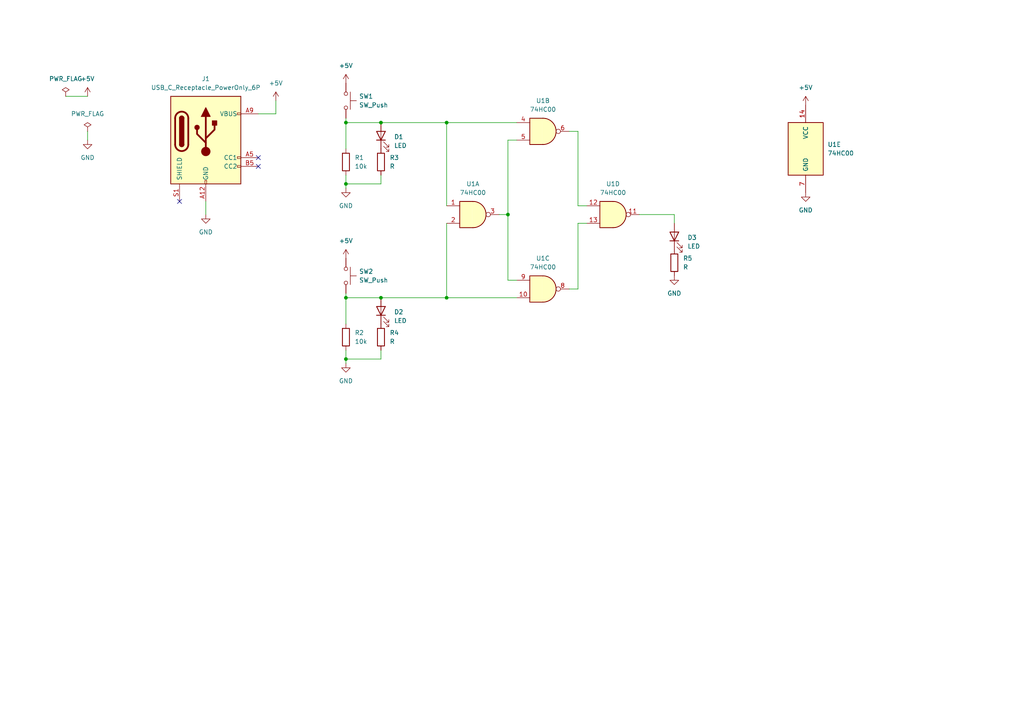
<source format=kicad_sch>
(kicad_sch (version 20211123) (generator eeschema)
  (paper "A4")
  (lib_symbols
    (symbol "74xx:74HC00" (pin_names (offset 1.016))
      (property "Reference" "U" (at 0 1.27 0))
      (property "Value" "74HC00" (at 0 -1.27 0))
      (symbol "74HC00_1_1"
        (arc (start 0 -3.81) (mid 3.81 0) (end 0 3.81) (stroke (width 0.254)) (fill (type background)))
        (polyline (pts (xy 0 3.81) (xy -3.81 3.81) (xy -3.81 -3.81) (xy 0 -3.81)) (stroke (width 0.254)) (fill (type background)))
        (pin input line (at -7.62 2.54 0) (length 3.81) (name "~") (number "1"))
        (pin input line (at -7.62 -2.54 0) (length 3.81) (name "~") (number "2"))
        (pin output inverted (at 7.62 0 180) (length 3.81) (name "~") (number "3"))
      )
      (symbol "74HC00_1_2"
        (arc (start -3.81 -3.81) (mid -2.589 0) (end -3.81 3.81) (stroke (width 0.254)))
        (arc (start -0.6096 -3.81) (mid 2.1842 -2.5851) (end 3.81 0) (stroke (width 0.254)) (fill (type background)))
        (polyline (pts (xy -3.81 -3.81) (xy -0.635 -3.81)) (stroke (width 0.254)) (fill (type background)))
        (polyline (pts (xy -3.81 3.81) (xy -0.635 3.81)) (stroke (width 0.254)) (fill (type background)))
        (polyline (pts (xy -0.635 3.81) (xy -3.81 3.81) (xy -3.81 3.81) (xy -3.556 3.4036) (xy -3.0226 2.2606) (xy -2.6924 1.0414) (xy -2.6162 -0.254) (xy -2.7686 -1.4986) (xy -3.175 -2.7178) (xy -3.81 -3.81) (xy -3.81 -3.81) (xy -0.635 -3.81)) (stroke (width -25.4)) (fill (type background)))
        (arc (start 3.81 0) (mid 2.1915 2.5936) (end -0.6096 3.81) (stroke (width 0.254)) (fill (type background)))
        (pin input inverted (at -7.62 2.54 0) (length 4.318) (name "~") (number "1"))
        (pin input inverted (at -7.62 -2.54 0) (length 4.318) (name "~") (number "2"))
        (pin output line (at 7.62 0 180) (length 3.81) (name "~") (number "3"))
      )
      (symbol "74HC00_2_1"
        (arc (start 0 -3.81) (mid 3.81 0) (end 0 3.81) (stroke (width 0.254)) (fill (type background)))
        (polyline (pts (xy 0 3.81) (xy -3.81 3.81) (xy -3.81 -3.81) (xy 0 -3.81)) (stroke (width 0.254)) (fill (type background)))
        (pin input line (at -7.62 2.54 0) (length 3.81) (name "~") (number "4"))
        (pin input line (at -7.62 -2.54 0) (length 3.81) (name "~") (number "5"))
        (pin output inverted (at 7.62 0 180) (length 3.81) (name "~") (number "6"))
      )
      (symbol "74HC00_2_2"
        (arc (start -3.81 -3.81) (mid -2.589 0) (end -3.81 3.81) (stroke (width 0.254)))
        (arc (start -0.6096 -3.81) (mid 2.1842 -2.5851) (end 3.81 0) (stroke (width 0.254)) (fill (type background)))
        (polyline (pts (xy -3.81 -3.81) (xy -0.635 -3.81)) (stroke (width 0.254)) (fill (type background)))
        (polyline (pts (xy -3.81 3.81) (xy -0.635 3.81)) (stroke (width 0.254)) (fill (type background)))
        (polyline (pts (xy -0.635 3.81) (xy -3.81 3.81) (xy -3.81 3.81) (xy -3.556 3.4036) (xy -3.0226 2.2606) (xy -2.6924 1.0414) (xy -2.6162 -0.254) (xy -2.7686 -1.4986) (xy -3.175 -2.7178) (xy -3.81 -3.81) (xy -3.81 -3.81) (xy -0.635 -3.81)) (stroke (width -25.4)) (fill (type background)))
        (arc (start 3.81 0) (mid 2.1915 2.5936) (end -0.6096 3.81) (stroke (width 0.254)) (fill (type background)))
        (pin input inverted (at -7.62 2.54 0) (length 4.318) (name "~") (number "4"))
        (pin input inverted (at -7.62 -2.54 0) (length 4.318) (name "~") (number "5"))
        (pin output line (at 7.62 0 180) (length 3.81) (name "~") (number "6"))
      )
      (symbol "74HC00_3_1"
        (arc (start 0 -3.81) (mid 3.81 0) (end 0 3.81) (stroke (width 0.254)) (fill (type background)))
        (polyline (pts (xy 0 3.81) (xy -3.81 3.81) (xy -3.81 -3.81) (xy 0 -3.81)) (stroke (width 0.254)) (fill (type background)))
        (pin input line (at -7.62 -2.54 0) (length 3.81) (name "~") (number "10"))
        (pin output inverted (at 7.62 0 180) (length 3.81) (name "~") (number "8"))
        (pin input line (at -7.62 2.54 0) (length 3.81) (name "~") (number "9"))
      )
      (symbol "74HC00_3_2"
        (arc (start -3.81 -3.81) (mid -2.589 0) (end -3.81 3.81) (stroke (width 0.254)))
        (arc (start -0.6096 -3.81) (mid 2.1842 -2.5851) (end 3.81 0) (stroke (width 0.254)) (fill (type background)))
        (polyline (pts (xy -3.81 -3.81) (xy -0.635 -3.81)) (stroke (width 0.254)) (fill (type background)))
        (polyline (pts (xy -3.81 3.81) (xy -0.635 3.81)) (stroke (width 0.254)) (fill (type background)))
        (polyline (pts (xy -0.635 3.81) (xy -3.81 3.81) (xy -3.81 3.81) (xy -3.556 3.4036) (xy -3.0226 2.2606) (xy -2.6924 1.0414) (xy -2.6162 -0.254) (xy -2.7686 -1.4986) (xy -3.175 -2.7178) (xy -3.81 -3.81) (xy -3.81 -3.81) (xy -0.635 -3.81)) (stroke (width -25.4)) (fill (type background)))
        (arc (start 3.81 0) (mid 2.1915 2.5936) (end -0.6096 3.81) (stroke (width 0.254)) (fill (type background)))
        (pin input inverted (at -7.62 -2.54 0) (length 4.318) (name "~") (number "10"))
        (pin output line (at 7.62 0 180) (length 3.81) (name "~") (number "8"))
        (pin input inverted (at -7.62 2.54 0) (length 4.318) (name "~") (number "9"))
      )
      (symbol "74HC00_4_1"
        (arc (start 0 -3.81) (mid 3.81 0) (end 0 3.81) (stroke (width 0.254)) (fill (type background)))
        (polyline (pts (xy 0 3.81) (xy -3.81 3.81) (xy -3.81 -3.81) (xy 0 -3.81)) (stroke (width 0.254)) (fill (type background)))
        (pin output inverted (at 7.62 0 180) (length 3.81) (name "~") (number "11"))
        (pin input line (at -7.62 2.54 0) (length 3.81) (name "~") (number "12"))
        (pin input line (at -7.62 -2.54 0) (length 3.81) (name "~") (number "13"))
      )
      (symbol "74HC00_4_2"
        (arc (start -3.81 -3.81) (mid -2.589 0) (end -3.81 3.81) (stroke (width 0.254)))
        (arc (start -0.6096 -3.81) (mid 2.1842 -2.5851) (end 3.81 0) (stroke (width 0.254)) (fill (type background)))
        (polyline (pts (xy -3.81 -3.81) (xy -0.635 -3.81)) (stroke (width 0.254)) (fill (type background)))
        (polyline (pts (xy -3.81 3.81) (xy -0.635 3.81)) (stroke (width 0.254)) (fill (type background)))
        (polyline (pts (xy -0.635 3.81) (xy -3.81 3.81) (xy -3.81 3.81) (xy -3.556 3.4036) (xy -3.0226 2.2606) (xy -2.6924 1.0414) (xy -2.6162 -0.254) (xy -2.7686 -1.4986) (xy -3.175 -2.7178) (xy -3.81 -3.81) (xy -3.81 -3.81) (xy -0.635 -3.81)) (stroke (width -25.4)) (fill (type background)))
        (arc (start 3.81 0) (mid 2.1915 2.5936) (end -0.6096 3.81) (stroke (width 0.254)) (fill (type background)))
        (pin output line (at 7.62 0 180) (length 3.81) (name "~") (number "11"))
        (pin input inverted (at -7.62 2.54 0) (length 4.318) (name "~") (number "12"))
        (pin input inverted (at -7.62 -2.54 0) (length 4.318) (name "~") (number "13"))
      )
      (symbol "74HC00_5_0"
        (pin power_in line (at 0 12.7 270) (length 5.08) (name "VCC") (number "14"))
        (pin power_in line (at 0 -12.7 90) (length 5.08) (name "GND") (number "7"))
      )
      (symbol "74HC00_5_1"
        (rectangle (start -5.08 7.62) (end 5.08 -7.62) (stroke (width 0.254)) (fill (type background)))
      )
    )
    (symbol "Connector:USB_C_Receptacle_PowerOnly_6P" (pin_names (offset 1.016))
      (property "Reference" "J" (at 0 16.51 0))
      (property "Value" "USB_C_Receptacle_PowerOnly_6P" (at 0 13.97 0))
      (symbol "USB_C_Receptacle_PowerOnly_6P_0_0"
        (rectangle (start -0.254 -12.7) (end 0.254 -11.684))
        (rectangle (start 10.16 -7.366) (end 9.144 -7.874))
        (rectangle (start 10.16 -4.826) (end 9.144 -5.334))
        (rectangle (start 10.16 7.874) (end 9.144 7.366))
      )
      (symbol "USB_C_Receptacle_PowerOnly_6P_0_1"
        (rectangle (start -10.16 12.7) (end 10.16 -12.7) (stroke (width 0.254)) (fill (type background)))
        (arc (start -8.89 -1.27) (mid -6.985 -3.175) (end -5.08 -1.27) (stroke (width 0.508)))
        (arc (start -7.62 -1.27) (mid -6.985 -1.905) (end -6.35 -1.27) (stroke (width 0.254)))
        (arc (start -7.62 -1.27) (mid -6.985 -1.905) (end -6.35 -1.27) (stroke (width 0.254)) (fill (type outline)))
        (rectangle (start -7.62 -1.27) (end -6.35 6.35) (stroke (width 0.254)) (fill (type outline)))
        (arc (start -6.35 6.35) (mid -6.985 6.985) (end -7.62 6.35) (stroke (width 0.254)))
        (arc (start -6.35 6.35) (mid -6.985 6.985) (end -7.62 6.35) (stroke (width 0.254)) (fill (type outline)))
        (arc (start -5.08 6.35) (mid -6.985 8.255) (end -8.89 6.35) (stroke (width 0.508)))
        (circle (center -2.54 3.683) (radius 0.635) (stroke (width 0.254)) (fill (type outline)))
        (circle (center 0 -3.302) (radius 1.27) (fill (type outline)))
        (polyline (pts (xy -8.89 -1.27) (xy -8.89 6.35)) (stroke (width 0.508)))
        (polyline (pts (xy -5.08 6.35) (xy -5.08 -1.27)) (stroke (width 0.508)))
        (polyline (pts (xy 0 -3.302) (xy 0 6.858)) (stroke (width 0.508)))
        (polyline (pts (xy 0 -0.762) (xy -2.54 1.778) (xy -2.54 3.048)) (stroke (width 0.508)))
        (polyline (pts (xy 0 0.508) (xy 2.54 3.048) (xy 2.54 4.318)) (stroke (width 0.508)))
        (polyline (pts (xy -1.27 6.858) (xy 0 9.398) (xy 1.27 6.858) (xy -1.27 6.858)) (stroke (width 0.254)) (fill (type outline)))
        (rectangle (start 1.905 4.318) (end 3.175 5.588) (stroke (width 0.254)) (fill (type outline)))
      )
      (symbol "USB_C_Receptacle_PowerOnly_6P_1_1"
        (pin passive line (at 0 -17.78 90) (length 5.08) (name "GND") (number "A12"))
        (pin bidirectional line (at 15.24 -5.08 180) (length 5.08) (name "CC1") (number "A5"))
        (pin passive line (at 15.24 7.62 180) (length 5.08) (name "VBUS") (number "A9"))
        (pin passive line (at 0 -17.78 90) (length 5.08) hide (name "GND") (number "B12"))
        (pin bidirectional line (at 15.24 -7.62 180) (length 5.08) (name "CC2") (number "B5"))
        (pin passive line (at 15.24 7.62 180) (length 5.08) hide (name "VBUS") (number "B9"))
        (pin passive line (at -7.62 -17.78 90) (length 5.08) (name "SHIELD") (number "S1"))
      )
    )
    (symbol "Device:LED" (pin_numbers hide) (pin_names (offset 1.016) hide)
      (property "Reference" "D" (at 0 2.54 0))
      (property "Value" "LED" (at 0 -2.54 0))
      (symbol "LED_0_1"
        (polyline (pts (xy -1.27 -1.27) (xy -1.27 1.27)) (stroke (width 0.254)))
        (polyline (pts (xy -1.27 0) (xy 1.27 0)))
        (polyline (pts (xy 1.27 -1.27) (xy 1.27 1.27) (xy -1.27 0) (xy 1.27 -1.27)) (stroke (width 0.254)))
        (polyline (pts (xy -3.048 -0.762) (xy -4.572 -2.286) (xy -3.81 -2.286) (xy -4.572 -2.286) (xy -4.572 -1.524)))
        (polyline (pts (xy -1.778 -0.762) (xy -3.302 -2.286) (xy -2.54 -2.286) (xy -3.302 -2.286) (xy -3.302 -1.524)))
      )
      (symbol "LED_1_1"
        (pin passive line (at -3.81 0 0) (length 2.54) (name "K") (number "1"))
        (pin passive line (at 3.81 0 180) (length 2.54) (name "A") (number "2"))
      )
    )
    (symbol "Device:R" (pin_numbers hide) (pin_names (offset 0))
      (property "Reference" "R" (at 2.032 0 90))
      (property "Value" "R" (at 0 0 90))
      (symbol "R_0_1"
        (rectangle (start -1.016 -2.54) (end 1.016 2.54) (stroke (width 0.254)))
      )
      (symbol "R_1_1"
        (pin passive line (at 0 3.81 270) (length 1.27) (name "~") (number "1"))
        (pin passive line (at 0 -3.81 90) (length 1.27) (name "~") (number "2"))
      )
    )
    (symbol "Switch:SW_Push" (pin_numbers hide) (pin_names (offset 1.016) hide)
      (property "Reference" "SW" (at 1.27 2.54 0))
      (property "Value" "SW_Push" (at 0 -1.524 0))
      (symbol "SW_Push_0_1"
        (circle (center -2.032 0) (radius 0.508))
        (polyline (pts (xy 0 1.27) (xy 0 3.048)))
        (polyline (pts (xy 2.54 1.27) (xy -2.54 1.27)))
        (circle (center 2.032 0) (radius 0.508))
        (pin passive line (at -5.08 0 0) (length 2.54) (name "1") (number "1"))
        (pin passive line (at 5.08 0 180) (length 2.54) (name "2") (number "2"))
      )
    )
    (symbol "power:+5V" (power) (pin_names (offset 0))
      (property "Value" "+5V" (at 0 3.556 0))
      (symbol "+5V_0_1"
        (polyline (pts (xy -0.762 1.27) (xy 0 2.54)))
        (polyline (pts (xy 0 0) (xy 0 2.54)))
        (polyline (pts (xy 0 2.54) (xy 0.762 1.27)))
      )
      (symbol "+5V_1_1"
        (pin power_in line (at 0 0 90) (length 0) hide (name "+5V") (number "1"))
      )
    )
    (symbol "power:GND" (power) (pin_names (offset 0))
      (property "Value" "GND" (at 0 -3.81 0))
      (symbol "GND_0_1"
        (polyline (pts (xy 0 0) (xy 0 -1.27) (xy 1.27 -1.27) (xy 0 -2.54) (xy -1.27 -1.27) (xy 0 -1.27)))
      )
      (symbol "GND_1_1"
        (pin power_in line (at 0 0 270) (length 0) hide (name "GND") (number "1"))
      )
    )
    (symbol "power:PWR_FLAG" (power) (pin_numbers hide) (pin_names (offset 0) hide)
      (property "Value" "PWR_FLAG" (at 0 3.81 0))
      (symbol "PWR_FLAG_0_0"
        (pin power_out line (at 0 0 90) (length 0) (name "pwr") (number "1"))
      )
      (symbol "PWR_FLAG_0_1"
        (polyline (pts (xy 0 0) (xy 0 1.27) (xy -1.016 1.905) (xy 0 2.54) (xy 1.016 1.905) (xy 0 1.27)))
      )
    )
  )
  (junction (at 147.32 62.23))
  (junction (at 100.33 35.56))
  (junction (at 129.54 35.56))
  (junction (at 100.33 86.36))
  (junction (at 110.49 35.56))
  (junction (at 129.54 86.36))
  (junction (at 110.49 86.36))
  (junction (at 100.33 104.14))
  (junction (at 100.33 53.34))
  (no_connect (at 74.93 45.72))
  (no_connect (at 74.93 48.26))
  (no_connect (at 52.07 58.42))
  (wire (pts (xy 167.64 59.69) (xy 167.64 38.1)))
  (wire (pts (xy 19.05 27.94) (xy 25.4 27.94)))
  (wire (pts (xy 147.32 81.28) (xy 147.32 62.23)))
  (wire (pts (xy 100.33 43.18) (xy 100.33 35.56)))
  (wire (pts (xy 167.64 83.82) (xy 165.1 83.82)))
  (wire (pts (xy 110.49 53.34) (xy 100.33 53.34)))
  (wire (pts (xy 100.33 86.36) (xy 100.33 85.09)))
  (wire (pts (xy 100.33 50.8) (xy 100.33 53.34)))
  (wire (pts (xy 100.33 93.98) (xy 100.33 86.36)))
  (wire (pts (xy 100.33 53.34) (xy 100.33 54.61)))
  (wire (pts (xy 170.18 64.77) (xy 167.64 64.77)))
  (wire (pts (xy 149.86 40.64) (xy 147.32 40.64)))
  (wire (pts (xy 144.78 62.23) (xy 147.32 62.23)))
  (wire (pts (xy 59.69 58.42) (xy 59.69 62.23)))
  (wire (pts (xy 129.54 86.36) (xy 149.86 86.36)))
  (wire (pts (xy 129.54 59.69) (xy 129.54 35.56)))
  (wire (pts (xy 80.01 33.02) (xy 80.01 29.21)))
  (wire (pts (xy 149.86 81.28) (xy 147.32 81.28)))
  (wire (pts (xy 25.4 38.1) (xy 25.4 40.64)))
  (wire (pts (xy 129.54 35.56) (xy 149.86 35.56)))
  (wire (pts (xy 167.64 38.1) (xy 165.1 38.1)))
  (wire (pts (xy 110.49 50.8) (xy 110.49 53.34)))
  (wire (pts (xy 170.18 59.69) (xy 167.64 59.69)))
  (wire (pts (xy 110.49 101.6) (xy 110.49 104.14)))
  (wire (pts (xy 74.93 33.02) (xy 80.01 33.02)))
  (wire (pts (xy 195.58 62.23) (xy 195.58 64.77)))
  (wire (pts (xy 100.33 101.6) (xy 100.33 104.14)))
  (wire (pts (xy 100.33 86.36) (xy 110.49 86.36)))
  (wire (pts (xy 110.49 104.14) (xy 100.33 104.14)))
  (wire (pts (xy 100.33 35.56) (xy 110.49 35.56)))
  (wire (pts (xy 100.33 35.56) (xy 100.33 34.29)))
  (wire (pts (xy 110.49 86.36) (xy 129.54 86.36)))
  (wire (pts (xy 167.64 64.77) (xy 167.64 83.82)))
  (wire (pts (xy 129.54 35.56) (xy 110.49 35.56)))
  (wire (pts (xy 185.42 62.23) (xy 195.58 62.23)))
  (wire (pts (xy 147.32 40.64) (xy 147.32 62.23)))
  (wire (pts (xy 129.54 86.36) (xy 129.54 64.77)))
  (wire (pts (xy 100.33 104.14) (xy 100.33 105.41)))
  (symbol (lib_id "Device:LED") (at 195.58 68.58 90) (unit 1)
    (property "Reference" "D3" (at 199.39 68.8974 90) (effects (justify right)))
    (property "Value" "LED" (at 199.39 71.4374 90) (effects (justify right)))
    (property "Footprint" "LED_THT:LED_D3.0mm" (effects hide))
  )
  (symbol (lib_id "74xx:74HC00") (at 177.8 62.23 0) (unit 4)
    (property "Reference" "U1" (at 177.8 53.34 0))
    (property "Value" "74HC00" (at 177.8 55.88 0))
    (property "Footprint" "Package_DIP:DIP-14_W7.62mm" (effects hide))
    (property "Datasheet" "http://www.ti.com/lit/gpn/sn74hc00" (effects hide))
  )
  (symbol (lib_id "power:GND") (at 59.69 62.23 0) (unit 1)
    (property "Reference" "#PWR03" (effects hide))
    (property "Value" "GND" (at 59.69 67.31 0))
  )
  (symbol (lib_id "power:+5V") (at 25.4 27.94 0) (unit 1)
    (property "Reference" "#PWR01" (effects hide))
    (property "Value" "+5V" (at 25.4 22.86 0))
  )
  (symbol (lib_id "power:GND") (at 100.33 105.41 0) (unit 1)
    (property "Reference" "#PWR08" (effects hide))
    (property "Value" "GND" (at 100.33 110.49 0))
  )
  (symbol (lib_id "power:+5V") (at 100.33 24.13 0) (unit 1)
    (property "Reference" "#PWR05" (effects hide))
    (property "Value" "+5V" (at 100.33 19.05 0))
  )
  (symbol (lib_id "power:GND") (at 233.68 55.88 0) (unit 1)
    (property "Reference" "#PWR011" (effects hide))
    (property "Value" "GND" (at 233.68 60.96 0))
  )
  (symbol (lib_id "74xx:74HC00") (at 157.48 83.82 0) (unit 3)
    (property "Reference" "U1" (at 157.48 74.93 0))
    (property "Value" "74HC00" (at 157.48 77.47 0))
    (property "Footprint" "Package_DIP:DIP-14_W7.62mm" (effects hide))
    (property "Datasheet" "http://www.ti.com/lit/gpn/sn74hc00" (effects hide))
  )
  (symbol (lib_id "Device:R") (at 100.33 46.99 0) (unit 1)
    (property "Reference" "R1" (at 102.87 45.7199 0) (effects (justify left)))
    (property "Value" "10k" (at 102.87 48.2599 0) (effects (justify left)))
    (property "Footprint" "Resistor_THT:R_Axial_DIN0204_L3.6mm_D1.6mm_P7.62mm_Horizontal" (effects hide))
  )
  (symbol (lib_id "74xx:74HC00") (at 233.68 43.18 0) (unit 5)
    (property "Reference" "U1" (at 240.03 41.9099 0) (effects (justify left)))
    (property "Value" "74HC00" (at 240.03 44.4499 0) (effects (justify left)))
    (property "Footprint" "Package_DIP:DIP-14_W7.62mm" (effects hide))
    (property "Datasheet" "http://www.ti.com/lit/gpn/sn74hc00" (effects hide))
  )
  (symbol (lib_id "Device:LED") (at 110.49 39.37 90) (unit 1)
    (property "Reference" "D1" (at 114.3 39.6874 90) (effects (justify right)))
    (property "Value" "LED" (at 114.3 42.2274 90) (effects (justify right)))
    (property "Footprint" "LED_THT:LED_D3.0mm" (effects hide))
  )
  (symbol (lib_id "power:PWR_FLAG") (at 19.05 27.94 0) (unit 1)
    (property "Reference" "#FLG01" (effects hide))
    (property "Value" "PWR_FLAG" (at 19.05 22.86 0))
  )
  (symbol (lib_id "Device:R") (at 110.49 97.79 0) (unit 1)
    (property "Reference" "R4" (at 113.03 96.5199 0) (effects (justify left)))
    (property "Value" "R" (at 113.03 99.0599 0) (effects (justify left)))
    (property "Footprint" "Resistor_THT:R_Axial_DIN0204_L3.6mm_D1.6mm_P7.62mm_Horizontal" (effects hide))
  )
  (symbol (lib_id "power:GND") (at 100.33 54.61 0) (unit 1)
    (property "Reference" "#PWR06" (effects hide))
    (property "Value" "GND" (at 100.33 59.69 0))
  )
  (symbol (lib_id "Device:R") (at 195.58 76.2 0) (unit 1)
    (property "Reference" "R5" (at 198.12 74.9299 0) (effects (justify left)))
    (property "Value" "R" (at 198.12 77.4699 0) (effects (justify left)))
    (property "Footprint" "Resistor_THT:R_Axial_DIN0204_L3.6mm_D1.6mm_P7.62mm_Horizontal" (effects hide))
  )
  (symbol (lib_id "74xx:74HC00") (at 157.48 38.1 0) (unit 2)
    (property "Reference" "U1" (at 157.48 29.21 0))
    (property "Value" "74HC00" (at 157.48 31.75 0))
    (property "Footprint" "Package_DIP:DIP-14_W7.62mm" (effects hide))
    (property "Datasheet" "http://www.ti.com/lit/gpn/sn74hc00" (effects hide))
  )
  (symbol (lib_id "power:GND") (at 195.58 80.01 0) (unit 1)
    (property "Reference" "#PWR09" (effects hide))
    (property "Value" "GND" (at 195.58 85.09 0))
  )
  (symbol (lib_id "power:GND") (at 25.4 40.64 0) (unit 1)
    (property "Reference" "#PWR02" (effects hide))
    (property "Value" "GND" (at 25.4 45.72 0))
  )
  (symbol (lib_id "Device:R") (at 100.33 97.79 0) (unit 1)
    (property "Reference" "R2" (at 102.87 96.5199 0) (effects (justify left)))
    (property "Value" "10k" (at 102.87 99.0599 0) (effects (justify left)))
    (property "Footprint" "Resistor_THT:R_Axial_DIN0204_L3.6mm_D1.6mm_P7.62mm_Horizontal" (effects hide))
  )
  (symbol (lib_id "Switch:SW_Push") (at 100.33 29.21 270) (unit 1)
    (property "Reference" "SW1" (at 104.14 27.9399 90) (effects (justify left)))
    (property "Value" "SW_Push" (at 104.14 30.4799 90) (effects (justify left)))
    (property "Footprint" "Button_Switch_THT:SW_PUSH_6mm" (effects hide))
  )
  (symbol (lib_id "Device:R") (at 110.49 46.99 0) (unit 1)
    (property "Reference" "R3" (at 113.03 45.7199 0) (effects (justify left)))
    (property "Value" "R" (at 113.03 48.2599 0) (effects (justify left)))
    (property "Footprint" "Resistor_THT:R_Axial_DIN0204_L3.6mm_D1.6mm_P7.62mm_Horizontal" (effects hide))
  )
  (symbol (lib_id "74xx:74HC00") (at 137.16 62.23 0) (unit 1)
    (property "Reference" "U1" (at 137.16 53.34 0))
    (property "Value" "74HC00" (at 137.16 55.88 0))
    (property "Footprint" "Package_DIP:DIP-14_W7.62mm" (effects hide))
    (property "Datasheet" "http://www.ti.com/lit/gpn/sn74hc00" (effects hide))
  )
  (symbol (lib_id "Connector:USB_C_Receptacle_PowerOnly_6P") (at 59.69 40.64 0) (unit 1)
    (property "Reference" "J1" (at 59.69 22.86 0))
    (property "Value" "USB_C_Receptacle_PowerOnly_6P" (at 59.69 25.4 0))
    (property "Footprint" "simpleLogicCircuit:USB-C-A295-CTRPB-1" (effects hide))
    (property "Datasheet" "https://www.usb.org/sites/default/files/documents/usb_type-c.zip" (effects hide))
  )
  (symbol (lib_id "Switch:SW_Push") (at 100.33 80.01 270) (unit 1)
    (property "Reference" "SW2" (at 104.14 78.7399 90) (effects (justify left)))
    (property "Value" "SW_Push" (at 104.14 81.2799 90) (effects (justify left)))
    (property "Footprint" "Button_Switch_THT:SW_PUSH_6mm" (effects hide))
  )
  (symbol (lib_id "Device:LED") (at 110.49 90.17 90) (unit 1)
    (property "Reference" "D2" (at 114.3 90.4874 90) (effects (justify right)))
    (property "Value" "LED" (at 114.3 93.0274 90) (effects (justify right)))
    (property "Footprint" "LED_THT:LED_D3.0mm" (effects hide))
  )
  (symbol (lib_id "power:+5V") (at 100.33 74.93 0) (unit 1)
    (property "Reference" "#PWR07" (effects hide))
    (property "Value" "+5V" (at 100.33 69.85 0))
  )
  (symbol (lib_id "power:PWR_FLAG") (at 25.4 38.1 0) (unit 1)
    (property "Reference" "#FLG02" (effects hide))
    (property "Value" "PWR_FLAG" (at 25.4 33.02 0))
  )
  (symbol (lib_id "power:+5V") (at 80.01 29.21 0) (unit 1)
    (property "Reference" "#PWR04" (effects hide))
    (property "Value" "+5V" (at 80.01 24.13 0))
  )
  (symbol (lib_id "power:+5V") (at 233.68 30.48 0) (unit 1)
    (property "Reference" "#PWR010" (effects hide))
    (property "Value" "+5V" (at 233.68 25.4 0))
  )
)
</source>
